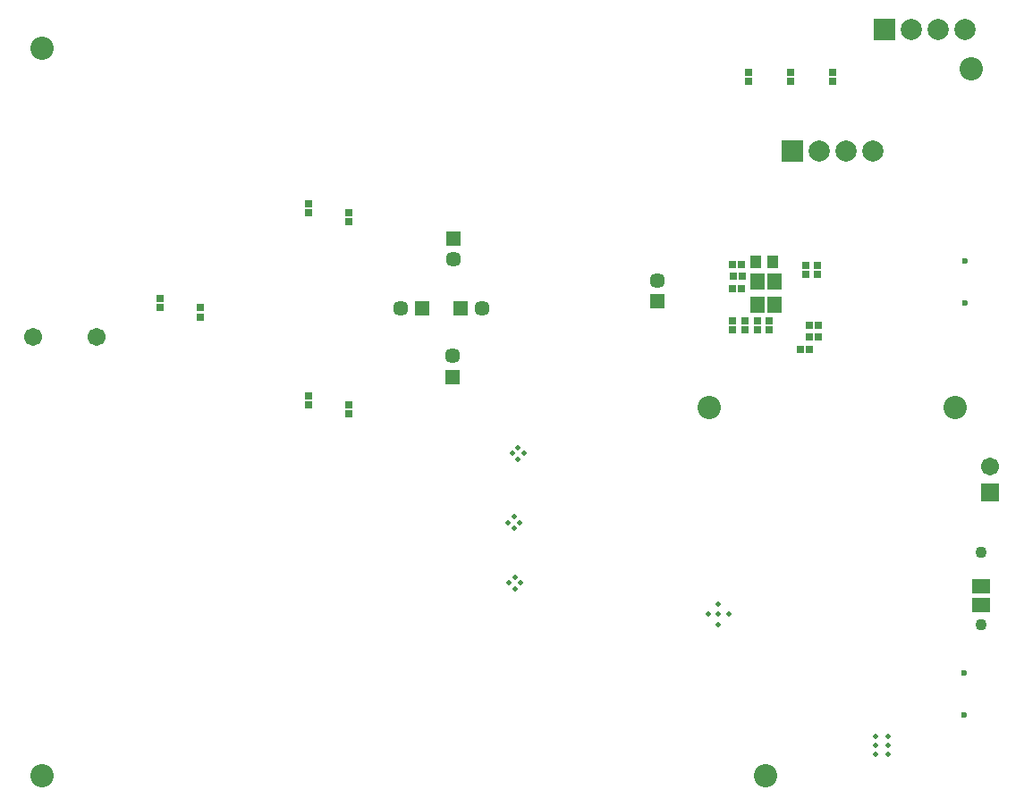
<source format=gbs>
G04*
G04 #@! TF.GenerationSoftware,Altium Limited,Altium Designer,19.0.4 (130)*
G04*
G04 Layer_Color=16711935*
%FSLAX25Y25*%
%MOIN*%
G70*
G01*
G75*
%ADD46R,0.06587X0.05367*%
%ADD50R,0.02762X0.02959*%
%ADD57R,0.02959X0.02762*%
%ADD59R,0.04461X0.04658*%
%ADD75C,0.08674*%
%ADD76C,0.01981*%
%ADD77C,0.06706*%
%ADD78R,0.06706X0.06706*%
%ADD79C,0.07887*%
%ADD80R,0.07887X0.07887*%
%ADD81C,0.02362*%
%ADD82C,0.04343*%
%ADD83C,0.05721*%
%ADD84R,0.05721X0.05721*%
%ADD85R,0.05721X0.05721*%
%ADD102R,0.05328X0.06312*%
D46*
X-8100Y-219804D02*
D03*
Y-212796D02*
D03*
D50*
X-97365Y-101506D02*
D03*
X-100711D02*
D03*
X-97338Y-97006D02*
D03*
X-100684Y-97006D02*
D03*
X-97365Y-92506D02*
D03*
X-100711D02*
D03*
X-72145Y-124300D02*
D03*
X-75491D02*
D03*
X-68872Y-119700D02*
D03*
X-72218D02*
D03*
X-68872Y-115173D02*
D03*
X-72218D02*
D03*
D57*
X-299200Y-112146D02*
D03*
Y-108800D02*
D03*
X-243896Y-73400D02*
D03*
Y-76746D02*
D03*
X-243900Y-144954D02*
D03*
Y-148300D02*
D03*
X-100738Y-117038D02*
D03*
Y-113691D02*
D03*
X-96210Y-117038D02*
D03*
Y-113691D02*
D03*
X-91659Y-117038D02*
D03*
Y-113691D02*
D03*
X-87138Y-117038D02*
D03*
Y-113691D02*
D03*
X-73587Y-96280D02*
D03*
Y-92933D02*
D03*
X-69038Y-96280D02*
D03*
Y-92933D02*
D03*
X-63516Y-24374D02*
D03*
Y-21027D02*
D03*
X-79116Y-24374D02*
D03*
Y-21027D02*
D03*
X-94700Y-24374D02*
D03*
Y-21027D02*
D03*
X-258700Y-73418D02*
D03*
Y-70072D02*
D03*
X-258896Y-145005D02*
D03*
Y-141659D02*
D03*
X-314100Y-108700D02*
D03*
Y-105353D02*
D03*
D59*
X-92069Y-91806D02*
D03*
X-86006D02*
D03*
D75*
X-88583Y-283465D02*
D03*
X-11811Y-19685D02*
D03*
X-358268Y-283465D02*
D03*
Y-11811D02*
D03*
X-17803Y-145969D02*
D03*
X-109535D02*
D03*
D76*
X-106087Y-223107D02*
D03*
X-102249D02*
D03*
X-106087Y-219269D02*
D03*
X-106087Y-226946D02*
D03*
X-109926Y-223107D02*
D03*
X-181963Y-209275D02*
D03*
Y-213606D02*
D03*
X-184128Y-211440D02*
D03*
X-179798D02*
D03*
X-180166Y-188972D02*
D03*
X-184497D02*
D03*
X-182332Y-191137D02*
D03*
Y-186806D02*
D03*
X-180781Y-160850D02*
D03*
Y-165181D02*
D03*
X-182947Y-163015D02*
D03*
X-178616D02*
D03*
X-42719Y-275248D02*
D03*
X-47443Y-275248D02*
D03*
X-47443Y-272000D02*
D03*
X-42719D02*
D03*
X-42719Y-268752D02*
D03*
X-47443D02*
D03*
D77*
X-4700Y-167957D02*
D03*
X-337789Y-119500D02*
D03*
X-361411D02*
D03*
D78*
X-4700Y-177800D02*
D03*
D79*
X-48669Y-50300D02*
D03*
X-58669D02*
D03*
X-68669D02*
D03*
X-14200Y-4900D02*
D03*
X-24200D02*
D03*
X-34200D02*
D03*
D80*
X-78669Y-50300D02*
D03*
X-44200Y-4900D02*
D03*
D81*
X-14358Y-244869D02*
D03*
Y-260617D02*
D03*
X-14263Y-91235D02*
D03*
Y-106983D02*
D03*
D82*
X-8300Y-226886D02*
D03*
Y-200114D02*
D03*
D83*
X-205200Y-126800D02*
D03*
X-224537Y-108900D02*
D03*
X-194300D02*
D03*
X-204800Y-90700D02*
D03*
X-128800Y-98555D02*
D03*
D84*
X-205200Y-134674D02*
D03*
X-204800Y-82826D02*
D03*
X-128800Y-106429D02*
D03*
D85*
X-216663Y-108900D02*
D03*
X-202174D02*
D03*
D102*
X-91481Y-98876D02*
D03*
X-85182Y-98876D02*
D03*
X-85182Y-107537D02*
D03*
X-91481D02*
D03*
M02*

</source>
